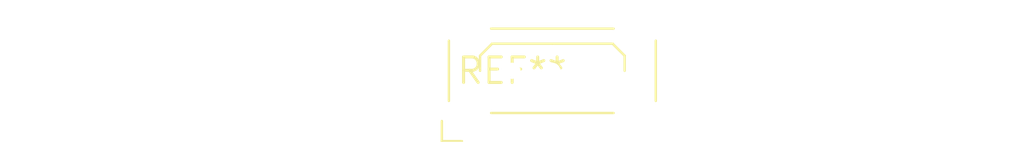
<source format=kicad_pcb>
(kicad_pcb (version 20240108) (generator pcbnew)
  (layers (0 "F.Cu" signal) (31 "B.Cu" signal) (34 "B.Paste" user) (35 "F.Paste" user) (36 "B.SilkS" user "B.Silkscreen") (37 "F.SilkS" user "F.Silkscreen") (38 "B.Mask" user) (39 "F.Mask" user) (44 "Edge.Cuts" user))
  (net 0 "")
  (footprint "Harwin_LTek-Male_03_P2.00mm_Vertical_StrainRelief" (layer "F.Cu") (at 0 0)
    (property "Reference" "REF**")
    (property "Value" "Harwin_LTek-Male_03_P2.00mm_Vertical_StrainRelief")
    (fp_line (start -3.5 2.5) (end -3.5 3.5) (layer "F.SilkS") (stroke (width 0.12)))
    (fp_line (start -3.5 3.5) (end -2.5 3.5) (layer "F.SilkS") (stroke (width 0.12)))
    (fp_line (start -3.15 -1.5) (end -3.15 1.5) (layer "F.SilkS") (stroke (width 0.12)))
    (fp_line (start -1.6 -0.75) (end -1 -1.35) (layer "F.SilkS") (stroke (width 0.12)))
    (fp_line (start -1.6 0) (end -1.6 -0.75) (layer "F.SilkS") (stroke (width 0.12)))
    (fp_line (start -1.05 -2.1) (end 5.05 -2.1) (layer "F.SilkS") (stroke (width 0.12)))
    (fp_line (start -1.05 2.1) (end 5.05 2.1) (layer "F.SilkS") (stroke (width 0.12)))
    (fp_line (start -1 -1.35) (end 2 -1.35) (layer "F.SilkS") (stroke (width 0.12)))
    (fp_line (start 5 -1.35) (end 2 -1.35) (layer "F.SilkS") (stroke (width 0.12)))
    (fp_line (start 5.6 -0.75) (end 5 -1.35) (layer "F.SilkS") (stroke (width 0.12)))
    (fp_line (start 5.6 0) (end 5.6 -0.75) (layer "F.SilkS") (stroke (width 0.12)))
    (fp_line (start 7.15 -1.5) (end 7.15 1.5) (layer "F.SilkS") (stroke (width 0.12)))
    (pad "" thru_hole circle (at -2.25 -2.375) (size 1.25 1.25) (drill 0.95) (layers *.Cu *.Mask) (remove_unused_layers))
    (pad "" thru_hole circle (at -2.25 2.375) (size 1.25 1.25) (drill 0.95) (layers *.Cu *.Mask) (remove_unused_layers))
    (pad "" thru_hole circle (at 6.25 -2.375) (size 1.25 1.25) (drill 0.95) (layers *.Cu *.Mask) (remove_unused_layers))
    (pad "" thru_hole circle (at 6.25 2.375) (size 1.25 1.25) (drill 0.95) (layers *.Cu *.Mask) (remove_unused_layers))
    (pad "1" thru_hole rect (at 0 0) (size 1.35 1.35) (drill 0.8) (layers *.Cu *.Mask) (remove_unused_layers))
    (pad "2" thru_hole circle (at 2 0) (size 1.35 1.35) (drill 0.8) (layers *.Cu *.Mask) (remove_unused_layers))
    (pad "3" thru_hole circle (at 4 0) (size 1.35 1.35) (drill 0.8) (layers *.Cu *.Mask) (remove_unused_layers))
  )
)
</source>
